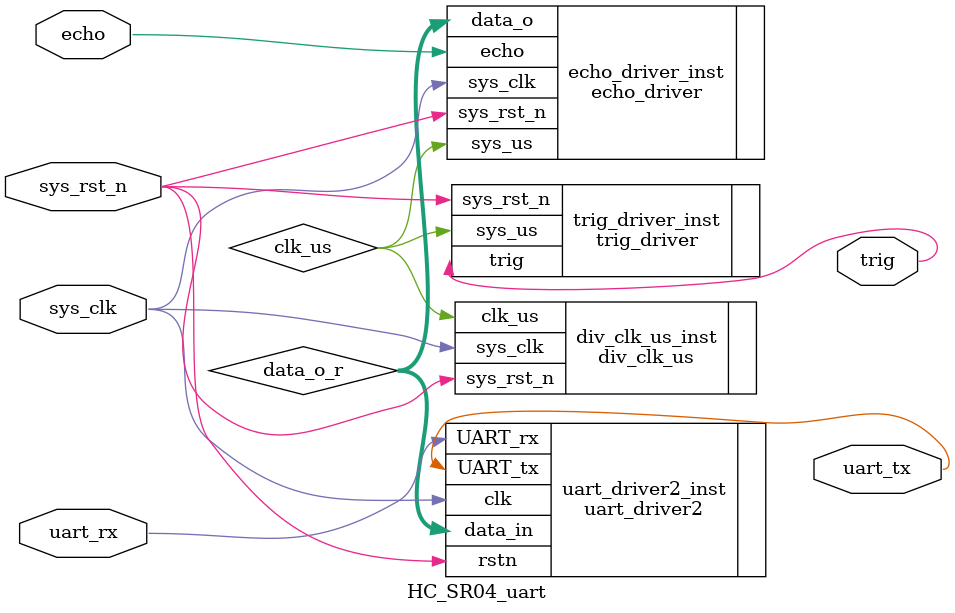
<source format=v>
module HC_SR04_uart(
    input               sys_clk       ,
    input               sys_rst_n     ,
    input               echo          ,
    input        		uart_rx		  , // 串口输入 

    output              trig          ,         
    output              uart_tx       //串口发送端口
);
wire             clk_us;
wire [18:0]      data_o_r;//待发送的数据
//时钟分频
div_clk_us div_clk_us_inst(
    /*input */      .sys_clk         (sys_clk  ),
    /*input */      .sys_rst_n       (sys_rst_n),

    /*output*/      .clk_us          (clk_us)
);
//产生驱动超声波信号
trig_driver trig_driver_inst(
    /*input */      .sys_us        (clk_us),//1us时钟
    /*input */      .sys_rst_n     (sys_rst_n),

    /*output*/      .trig          (trig)//驱动超声波的信号
);
//对返回来的echo信号进行计算得出距离
echo_driver echo_driver_inst(
    /*input        */   .sys_clk         (sys_clk),
    /*input        */   .sys_us          (clk_us),
    /*input        */   .sys_rst_n       (sys_rst_n),
    /*input        */   .echo            (echo),

    /*output [18:0]*/   .data_o          (data_o_r)//检测距离，保留三位小数，*1000实现
);
//初步想法是使用串口发送模块直接操作，不需要串口回环，否则需要发送到接收，接收模块再发送给发送模块，发送模块再发送给PC
uart_driver2 uart_driver2_inst(
	.clk         (sys_clk  ),
	.rstn        (sys_rst_n),
	.data_in	 (data_o_r	),
    .UART_rx     (uart_rx),

	.UART_tx     (uart_tx	)
);
endmodule
</source>
